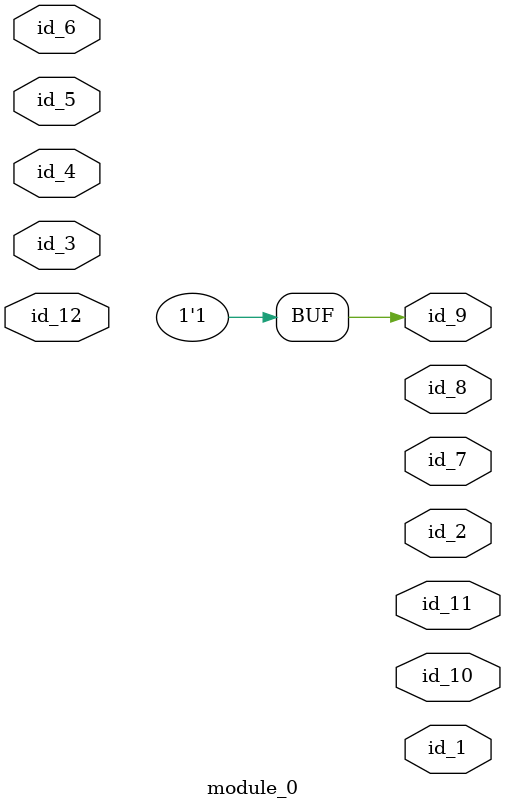
<source format=v>
`resetall
module module_0 (
    id_1,
    id_2,
    id_3,
    id_4,
    id_5,
    id_6,
    id_7,
    id_8,
    id_9,
    id_10,
    id_11,
    id_12
);
  input id_12;
  output id_11;
  output id_10;
  output id_9;
  output id_8;
  output id_7;
  input id_6;
  inout id_5;
  inout id_4;
  inout id_3;
  output id_2;
  output id_1;
  assign id_9 = 1;
endmodule

</source>
